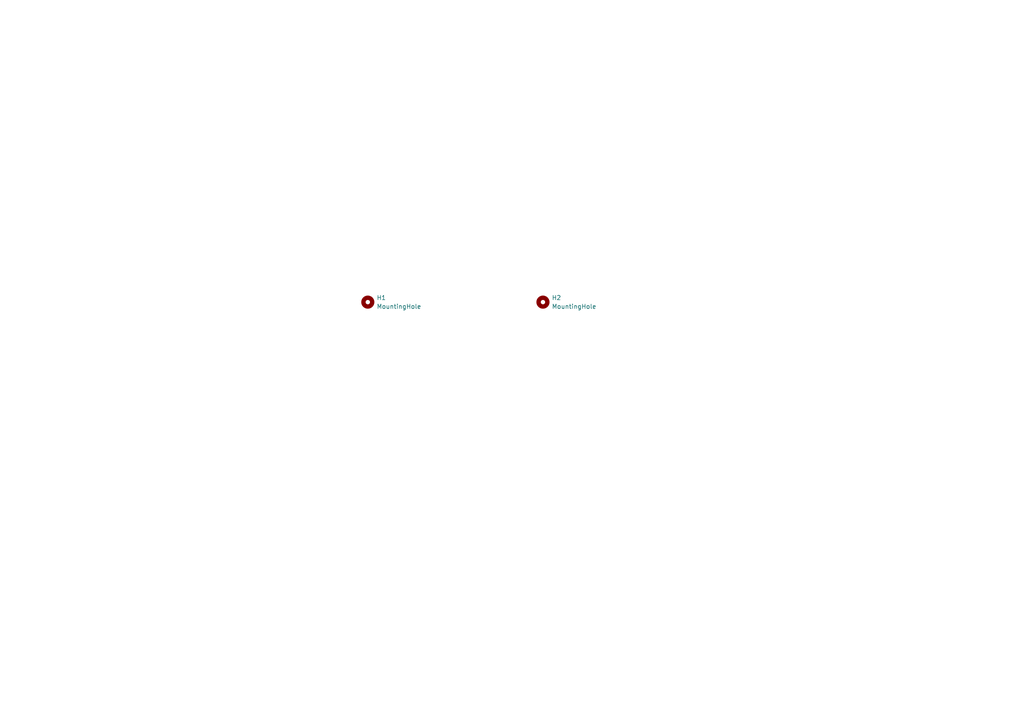
<source format=kicad_sch>
(kicad_sch (version 20231120) (generator "eeschema") (generator_version "8.0")
  (paper "A4")
  (lib_symbols
    (symbol "Mechanical:MountingHole" (pin_names (offset 1.016)) (exclude_from_sim yes) (in_bom no)
      (property "Reference" "H" (at 0 5.08 0))
      (property "Value" "MountingHole" (at 0 3.175 0))
      (symbol "MountingHole_0_1"
        (circle (center 0 0) (radius 1.27) (stroke (width 1.27)))
      )
    )
  )
  (symbol (lib_id "Mechanical:MountingHole") (at 157.48 87.63 0) (unit 1) (exclude_from_sim yes) (in_bom no)
    (property "Reference" "H2" (at 160.02 86.3599 0) (effects (justify left)))
    (property "Value" "MountingHole" (at 160.02 88.8999 0) (effects (justify left)))
    (property "Description" "Mounting Hole without connection" (effects (hide yes)))
  )
  (symbol (lib_id "Mechanical:MountingHole") (at 106.68 87.63 0) (unit 1) (exclude_from_sim yes) (in_bom no)
    (property "Reference" "H1" (at 109.22 86.3599 0) (effects (justify left)))
    (property "Value" "MountingHole" (at 109.22 88.8999 0) (effects (justify left)))
    (property "Description" "Mounting Hole without connection" (effects (hide yes)))
  )
)
</source>
